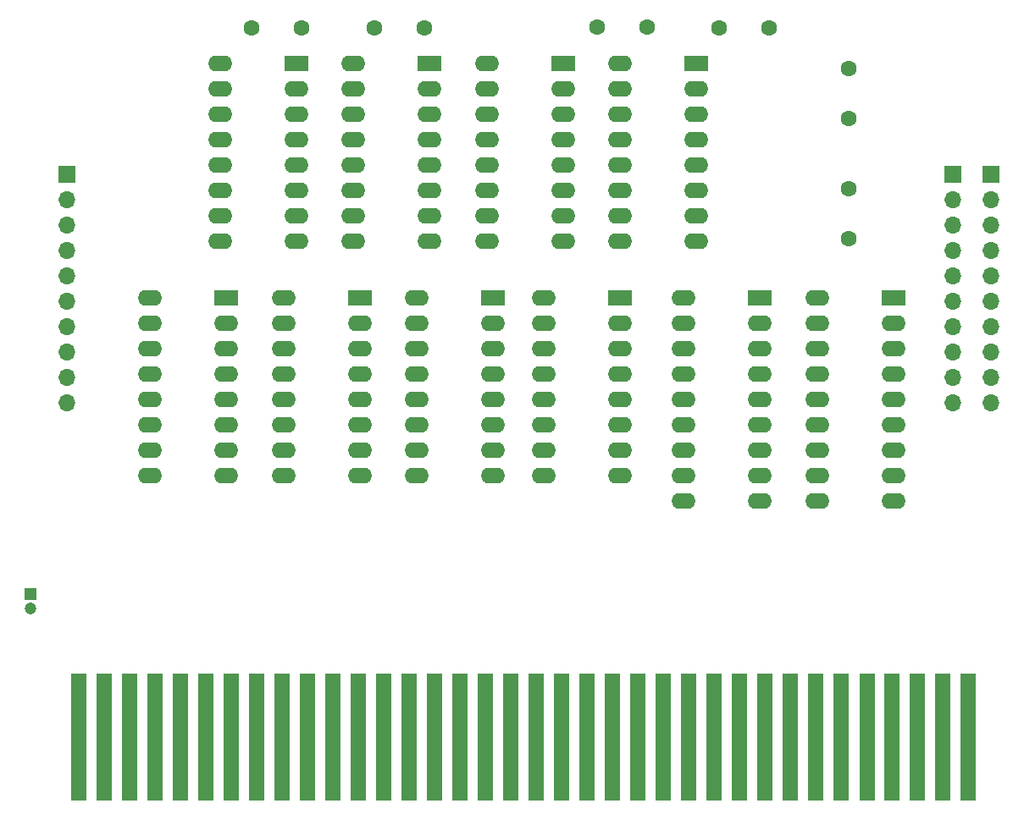
<source format=gbr>
%TF.GenerationSoftware,KiCad,Pcbnew,(6.0.7-1)-1*%
%TF.CreationDate,2022-10-12T18:13:29+11:00*%
%TF.ProjectId,CAT emulator,43415420-656d-4756-9c61-746f722e6b69,rev?*%
%TF.SameCoordinates,Original*%
%TF.FileFunction,Soldermask,Bot*%
%TF.FilePolarity,Negative*%
%FSLAX46Y46*%
G04 Gerber Fmt 4.6, Leading zero omitted, Abs format (unit mm)*
G04 Created by KiCad (PCBNEW (6.0.7-1)-1) date 2022-10-12 18:13:29*
%MOMM*%
%LPD*%
G01*
G04 APERTURE LIST*
%ADD10R,2.400000X1.600000*%
%ADD11O,2.400000X1.600000*%
%ADD12C,1.600000*%
%ADD13R,1.700000X1.700000*%
%ADD14O,1.700000X1.700000*%
%ADD15R,1.500000X12.700000*%
%ADD16R,1.200000X1.200000*%
%ADD17C,1.200000*%
G04 APERTURE END LIST*
D10*
%TO.C,U5*%
X205740000Y-79375000D03*
D11*
X205740000Y-81915000D03*
X205740000Y-84455000D03*
X205740000Y-86995000D03*
X205740000Y-89535000D03*
X205740000Y-92075000D03*
X205740000Y-94615000D03*
X205740000Y-97155000D03*
X198120000Y-97155000D03*
X198120000Y-94615000D03*
X198120000Y-92075000D03*
X198120000Y-89535000D03*
X198120000Y-86995000D03*
X198120000Y-84455000D03*
X198120000Y-81915000D03*
X198120000Y-79375000D03*
%TD*%
D10*
%TO.C,U16*%
X199405000Y-55895000D03*
D11*
X199405000Y-58435000D03*
X199405000Y-60975000D03*
X199405000Y-63515000D03*
X199405000Y-66055000D03*
X199405000Y-68595000D03*
X199405000Y-71135000D03*
X199405000Y-73675000D03*
X191785000Y-73675000D03*
X191785000Y-71135000D03*
X191785000Y-68595000D03*
X191785000Y-66055000D03*
X191785000Y-63515000D03*
X191785000Y-60975000D03*
X191785000Y-58435000D03*
X191785000Y-55895000D03*
%TD*%
D12*
%TO.C,C4*%
X186610000Y-52324000D03*
X181610000Y-52324000D03*
%TD*%
D10*
%TO.C,U9*%
X232425000Y-79375000D03*
D11*
X232425000Y-81915000D03*
X232425000Y-84455000D03*
X232425000Y-86995000D03*
X232425000Y-89535000D03*
X232425000Y-92075000D03*
X232425000Y-94615000D03*
X232425000Y-97155000D03*
X232425000Y-99695000D03*
X224805000Y-99695000D03*
X224805000Y-97155000D03*
X224805000Y-94615000D03*
X224805000Y-92075000D03*
X224805000Y-89535000D03*
X224805000Y-86995000D03*
X224805000Y-84455000D03*
X224805000Y-81915000D03*
X224805000Y-79375000D03*
%TD*%
D12*
%TO.C,C13*%
X241300000Y-56428000D03*
X241300000Y-61428000D03*
%TD*%
D13*
%TO.C,J2*%
X163150000Y-67000000D03*
D14*
X163150000Y-69540000D03*
X163150000Y-72080000D03*
X163150000Y-74620000D03*
X163150000Y-77160000D03*
X163150000Y-79700000D03*
X163150000Y-82240000D03*
X163150000Y-84780000D03*
X163150000Y-87320000D03*
X163150000Y-89860000D03*
%TD*%
D10*
%TO.C,U1*%
X226075000Y-55895000D03*
D11*
X226075000Y-58435000D03*
X226075000Y-60975000D03*
X226075000Y-63515000D03*
X226075000Y-66055000D03*
X226075000Y-68595000D03*
X226075000Y-71135000D03*
X226075000Y-73675000D03*
X218455000Y-73675000D03*
X218455000Y-71135000D03*
X218455000Y-68595000D03*
X218455000Y-66055000D03*
X218455000Y-63515000D03*
X218455000Y-60975000D03*
X218455000Y-58435000D03*
X218455000Y-55895000D03*
%TD*%
D12*
%TO.C,C9*%
X221194000Y-52310000D03*
X216194000Y-52310000D03*
%TD*%
D15*
%TO.C,J1*%
X164350000Y-123297500D03*
X166890000Y-123297500D03*
X169430000Y-123297500D03*
X171970000Y-123297500D03*
X174510000Y-123297500D03*
X177050000Y-123297500D03*
X179590000Y-123297500D03*
X182130000Y-123297500D03*
X184670000Y-123297500D03*
X187210000Y-123297500D03*
X189750000Y-123297500D03*
X192290000Y-123297500D03*
X194830000Y-123297500D03*
X197370000Y-123297500D03*
X199910000Y-123297500D03*
X202450000Y-123297500D03*
X204990000Y-123297500D03*
X207530000Y-123297500D03*
X210070000Y-123297500D03*
X212610000Y-123297500D03*
X215150000Y-123297500D03*
X217690000Y-123297500D03*
X220230000Y-123297500D03*
X222770000Y-123297500D03*
X225310000Y-123297500D03*
X227850000Y-123297500D03*
X230390000Y-123297500D03*
X232930000Y-123297500D03*
X235470000Y-123297500D03*
X238010000Y-123297500D03*
X240550000Y-123297500D03*
X243150000Y-123297500D03*
X245630000Y-123297500D03*
X248170000Y-123297500D03*
X250710000Y-123297500D03*
X253250000Y-123297500D03*
%TD*%
D13*
%TO.C,J4*%
X251750000Y-67000000D03*
D14*
X251750000Y-69540000D03*
X251750000Y-72080000D03*
X251750000Y-74620000D03*
X251750000Y-77160000D03*
X251750000Y-79700000D03*
X251750000Y-82240000D03*
X251750000Y-84780000D03*
X251750000Y-87320000D03*
X251750000Y-89860000D03*
%TD*%
D10*
%TO.C,U17*%
X186070000Y-55895000D03*
D11*
X186070000Y-58435000D03*
X186070000Y-60975000D03*
X186070000Y-63515000D03*
X186070000Y-66055000D03*
X186070000Y-68595000D03*
X186070000Y-71135000D03*
X186070000Y-73675000D03*
X178450000Y-73675000D03*
X178450000Y-71135000D03*
X178450000Y-68595000D03*
X178450000Y-66055000D03*
X178450000Y-63515000D03*
X178450000Y-60975000D03*
X178450000Y-58435000D03*
X178450000Y-55895000D03*
%TD*%
D10*
%TO.C,U8*%
X245760000Y-79385000D03*
D11*
X245760000Y-81925000D03*
X245760000Y-84465000D03*
X245760000Y-87005000D03*
X245760000Y-89545000D03*
X245760000Y-92085000D03*
X245760000Y-94625000D03*
X245760000Y-97165000D03*
X245760000Y-99705000D03*
X238140000Y-99705000D03*
X238140000Y-97165000D03*
X238140000Y-94625000D03*
X238140000Y-92085000D03*
X238140000Y-89545000D03*
X238140000Y-87005000D03*
X238140000Y-84465000D03*
X238140000Y-81925000D03*
X238140000Y-79385000D03*
%TD*%
D10*
%TO.C,U7*%
X179070000Y-79375000D03*
D11*
X179070000Y-81915000D03*
X179070000Y-84455000D03*
X179070000Y-86995000D03*
X179070000Y-89535000D03*
X179070000Y-92075000D03*
X179070000Y-94615000D03*
X179070000Y-97155000D03*
X171450000Y-97155000D03*
X171450000Y-94615000D03*
X171450000Y-92075000D03*
X171450000Y-89535000D03*
X171450000Y-86995000D03*
X171450000Y-84455000D03*
X171450000Y-81915000D03*
X171450000Y-79375000D03*
%TD*%
D10*
%TO.C,U6*%
X192420000Y-79390000D03*
D11*
X192420000Y-81930000D03*
X192420000Y-84470000D03*
X192420000Y-87010000D03*
X192420000Y-89550000D03*
X192420000Y-92090000D03*
X192420000Y-94630000D03*
X192420000Y-97170000D03*
X184800000Y-97170000D03*
X184800000Y-94630000D03*
X184800000Y-92090000D03*
X184800000Y-89550000D03*
X184800000Y-87010000D03*
X184800000Y-84470000D03*
X184800000Y-81930000D03*
X184800000Y-79390000D03*
%TD*%
D12*
%TO.C,C6*%
X198882000Y-52324000D03*
X193882000Y-52324000D03*
%TD*%
%TO.C,C11*%
X228346000Y-52324000D03*
X233346000Y-52324000D03*
%TD*%
%TO.C,C12*%
X241300000Y-73406000D03*
X241300000Y-68406000D03*
%TD*%
D10*
%TO.C,U4*%
X218440000Y-79375000D03*
D11*
X218440000Y-81915000D03*
X218440000Y-84455000D03*
X218440000Y-86995000D03*
X218440000Y-89535000D03*
X218440000Y-92075000D03*
X218440000Y-94615000D03*
X218440000Y-97155000D03*
X210820000Y-97155000D03*
X210820000Y-94615000D03*
X210820000Y-92075000D03*
X210820000Y-89535000D03*
X210820000Y-86995000D03*
X210820000Y-84455000D03*
X210820000Y-81915000D03*
X210820000Y-79375000D03*
%TD*%
D16*
%TO.C,C1*%
X159512000Y-108966000D03*
D17*
X159512000Y-110466000D03*
%TD*%
D13*
%TO.C,J3*%
X255550000Y-67000000D03*
D14*
X255550000Y-69540000D03*
X255550000Y-72080000D03*
X255550000Y-74620000D03*
X255550000Y-77160000D03*
X255550000Y-79700000D03*
X255550000Y-82240000D03*
X255550000Y-84780000D03*
X255550000Y-87320000D03*
X255550000Y-89860000D03*
%TD*%
D10*
%TO.C,U2*%
X212740000Y-55895000D03*
D11*
X212740000Y-58435000D03*
X212740000Y-60975000D03*
X212740000Y-63515000D03*
X212740000Y-66055000D03*
X212740000Y-68595000D03*
X212740000Y-71135000D03*
X212740000Y-73675000D03*
X205120000Y-73675000D03*
X205120000Y-71135000D03*
X205120000Y-68595000D03*
X205120000Y-66055000D03*
X205120000Y-63515000D03*
X205120000Y-60975000D03*
X205120000Y-58435000D03*
X205120000Y-55895000D03*
%TD*%
M02*

</source>
